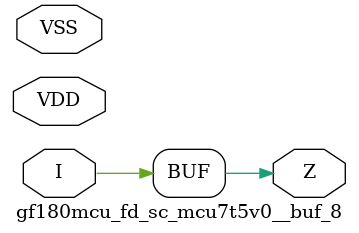
<source format=v>

module gf180mcu_fd_sc_mcu7t5v0__buf_8( I, Z, VDD, VSS );
input I;
inout VDD, VSS;
output Z;

	buf MGM_BG_0( Z, I );

endmodule

</source>
